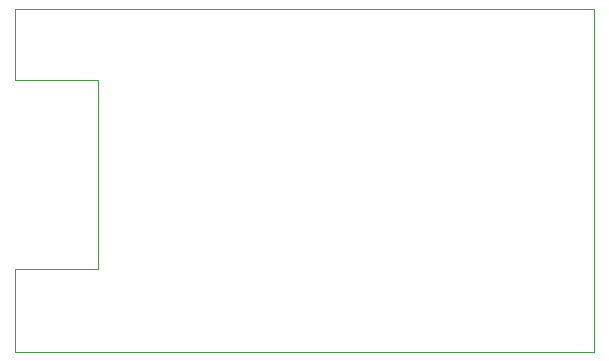
<source format=gbr>
%TF.GenerationSoftware,KiCad,Pcbnew,(6.0.0)*%
%TF.CreationDate,2022-01-20T22:55:17+08:00*%
%TF.ProjectId,NodeMcu,4e6f6465-4d63-4752-9e6b-696361645f70,rev?*%
%TF.SameCoordinates,Original*%
%TF.FileFunction,Profile,NP*%
%FSLAX46Y46*%
G04 Gerber Fmt 4.6, Leading zero omitted, Abs format (unit mm)*
G04 Created by KiCad (PCBNEW (6.0.0)) date 2022-01-20 22:55:17*
%MOMM*%
%LPD*%
G01*
G04 APERTURE LIST*
%TA.AperFunction,Profile*%
%ADD10C,0.100000*%
%TD*%
G04 APERTURE END LIST*
D10*
X141000000Y-79000000D02*
X92000000Y-79000000D01*
X92000000Y-79000000D02*
X92000000Y-72000000D01*
X92000000Y-72000000D02*
X99000000Y-72000000D01*
X99000000Y-72000000D02*
X99000000Y-56000000D01*
X99000000Y-56000000D02*
X92000000Y-56000000D01*
X92000000Y-56000000D02*
X92000000Y-50000000D01*
X92000000Y-50000000D02*
X141000000Y-50000000D01*
X141000000Y-50000000D02*
X141000000Y-79000000D01*
M02*

</source>
